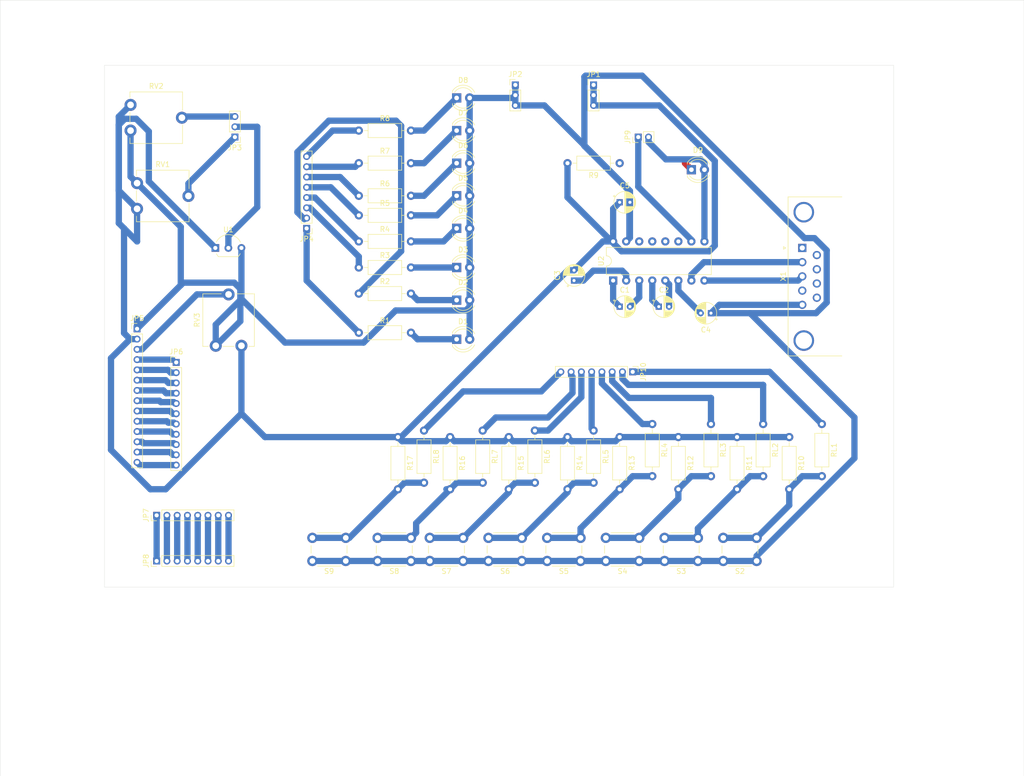
<source format=kicad_pcb>
(kicad_pcb (version 20171130) (host pcbnew "(5.1.6)-1")
  (layers (0 F.Cu signal) (31 B.Cu signal) (34 B.Paste user) (35 F.Paste user) (36 B.SilkS user) (37 F.SilkS user) (38 B.Mask user) (39 F.Mask user) (44 Edge.Cuts user))
  (net 0 "")
  (net 1 "Net-(C1-Pad2)")
  (net 2 "Net-(C1-Pad1)")
  (net 3 "Net-(C2-Pad2)")
  (net 4 "Net-(C2-Pad1)")
  (net 5 +5VA)
  (net 6 "Net-(C3-Pad1)")
  (net 7 "Net-(C4-Pad2)")
  (net 8 GNDA)
  (net 9 "Net-(D1-Pad1)")
  (net 10 "Net-(D2-Pad1)")
  (net 11 "Net-(D3-Pad1)")
  (net 12 "Net-(D4-Pad1)")
  (net 13 "Net-(D5-Pad1)")
  (net 14 "Net-(D6-Pad1)")
  (net 15 "Net-(D7-Pad1)")
  (net 16 "Net-(D8-Pad1)")
  (net 17 "Net-(D9-Pad2)")
  (net 18 "Net-(D9-Pad1)")
  (net 19 "Net-(JP3-Pad3)")
  (net 20 "Net-(JP3-Pad2)")
  (net 21 "Net-(JP3-Pad1)")
  (net 22 "Net-(JP4-Pad8)")
  (net 23 "Net-(JP4-Pad7)")
  (net 24 "Net-(JP4-Pad6)")
  (net 25 "Net-(JP4-Pad5)")
  (net 26 "Net-(JP4-Pad4)")
  (net 27 "Net-(JP4-Pad3)")
  (net 28 "Net-(JP4-Pad2)")
  (net 29 "Net-(JP4-Pad1)")
  (net 30 "Net-(JP5-Pad14)")
  (net 31 "Net-(JP5-Pad13)")
  (net 32 "Net-(JP5-Pad12)")
  (net 33 "Net-(JP5-Pad11)")
  (net 34 "Net-(JP5-Pad10)")
  (net 35 "Net-(JP5-Pad9)")
  (net 36 "Net-(JP5-Pad8)")
  (net 37 "Net-(JP5-Pad7)")
  (net 38 "Net-(JP5-Pad6)")
  (net 39 "Net-(JP5-Pad5)")
  (net 40 "Net-(JP5-Pad4)")
  (net 41 "Net-(JP5-Pad3)")
  (net 42 "Net-(JP7-Pad8)")
  (net 43 "Net-(JP7-Pad7)")
  (net 44 "Net-(JP7-Pad6)")
  (net 45 "Net-(JP7-Pad5)")
  (net 46 "Net-(JP7-Pad4)")
  (net 47 "Net-(JP7-Pad3)")
  (net 48 "Net-(JP7-Pad2)")
  (net 49 "Net-(JP7-Pad1)")
  (net 50 "Net-(JP9-Pad1)")
  (net 51 "Net-(JP10-Pad8)")
  (net 52 "Net-(JP10-Pad7)")
  (net 53 "Net-(JP10-Pad6)")
  (net 54 "Net-(JP10-Pad5)")
  (net 55 "Net-(JP10-Pad4)")
  (net 56 "Net-(JP10-Pad3)")
  (net 57 "Net-(JP10-Pad2)")
  (net 58 "Net-(JP10-Pad1)")
  (net 59 "Net-(R10-Pad2)")
  (net 60 "Net-(R11-Pad2)")
  (net 61 "Net-(R12-Pad2)")
  (net 62 "Net-(R13-Pad2)")
  (net 63 "Net-(R14-Pad2)")
  (net 64 "Net-(R15-Pad2)")
  (net 65 "Net-(R16-Pad2)")
  (net 66 "Net-(R17-Pad2)")
  (net 67 "Net-(U2-Pad8)")
  (net 68 "Net-(U2-Pad7)")
  (module Button_Switch_THT:SW_PUSH_6mm (layer F.Cu) (at 109.22 121.92 180)
    (fp_text reference S9 (at 3.25 -2) (layer F.SilkS))
    (fp_text value SW_PUSH)
    (pad 1 thru_hole circle (at 6.5 0 270) (size 2 2) (drill 1.1) (layers *.Cu *.Mask) (net 8 GNDA))
    (pad 2 thru_hole circle (at 6.5 4.5 270) (size 2 2) (drill 1.1) (layers *.Cu *.Mask) (net 66 "Net-(R17-Pad2)"))
    (pad 1 thru_hole circle (at 0 0 270) (size 2 2) (drill 1.1) (layers *.Cu *.Mask) (net 8 GNDA))
    (pad 2 thru_hole circle (at 0 4.5 270) (size 2 2) (drill 1.1) (layers *.Cu *.Mask) (net 66 "Net-(R17-Pad2)"))
  )
  (module Package_TO_SOT_THT:TO-92L_Inline_Wide (layer F.Cu) (at 83.82 60.96)
    (fp_text reference U1 (at 2.54 -3.56) (layer F.SilkS))
    (fp_text value MCP9700A)
    (pad 1 thru_hole rect (at 0 0 90) (size 1.5 1.5) (drill 0.8) (layers *.Cu *.Mask) (net 5 +5VA))
    (pad 3 thru_hole circle (at 5.08 0 90) (size 1.5 1.5) (drill 0.8) (layers *.Cu *.Mask) (net 8 GNDA))
    (pad 2 thru_hole circle (at 2.54 0 90) (size 1.5 1.5) (drill 0.8) (layers *.Cu *.Mask) (net 20 "Net-(JP3-Pad2)"))
  )
  (module Resistor_THT:R_Axial_DIN0207_L6.3mm_D2.5mm_P10.16mm_Horizontal (layer F.Cu) (at 162.56 44.45 180)
    (fp_text reference R9 (at 5.08 -2.37) (layer F.SilkS))
    (fp_text value 470)
    (pad 2 thru_hole oval (at 10.16 0 180) (size 1.6 1.6) (drill 0.8) (layers *.Cu *.Mask) (net 5 +5VA))
    (pad 1 thru_hole circle (at 0 0 180) (size 1.6 1.6) (drill 0.8) (layers *.Cu *.Mask) (net 18 "Net-(D9-Pad1)"))
  )
  (module Connector_PinHeader_2.00mm:PinHeader_1x02_P2.00mm_Vertical (layer F.Cu) (at 166.18 39.37 90)
    (fp_text reference JP9 (at 0 -2.06 90) (layer F.SilkS))
    (fp_text value PINHD-1X2)
    (pad 2 thru_hole oval (at 0 2 90) (size 1.35 1.35) (drill 0.8) (layers *.Cu *.Mask) (net 17 "Net-(D9-Pad2)"))
    (pad 1 thru_hole rect (at 0 0 90) (size 1.35 1.35) (drill 0.8) (layers *.Cu *.Mask) (net 50 "Net-(JP9-Pad1)"))
  )
  (module Connector_Dsub:DSUB-9_Female_Horizontal_P2.77x2.84mm_EdgePinOffset4.94mm_Housed_MountingHolesOffset7.48mm (layer F.Cu) (at 198.12 60.96 90)
    (fp_text reference X1 (at -5.54 -3.7 90) (layer F.SilkS))
    (fp_text value F09HP)
    (pad 0 thru_hole circle (at 6.96 0.3 90) (size 4 4) (drill 3.2) (layers *.Cu *.Mask))
    (pad 0 thru_hole circle (at -18.04 0.3 90) (size 4 4) (drill 3.2) (layers *.Cu *.Mask))
    (pad 9 thru_hole circle (at -9.695 2.84 90) (size 1.6 1.6) (drill 1) (layers *.Cu *.Mask))
    (pad 8 thru_hole circle (at -6.925 2.84 90) (size 1.6 1.6) (drill 1) (layers *.Cu *.Mask))
    (pad 7 thru_hole circle (at -4.155 2.84 90) (size 1.6 1.6) (drill 1) (layers *.Cu *.Mask))
    (pad 6 thru_hole circle (at -1.385 2.84 90) (size 1.6 1.6) (drill 1) (layers *.Cu *.Mask))
    (pad 5 thru_hole circle (at -11.08 0 90) (size 1.6 1.6) (drill 1) (layers *.Cu *.Mask) (net 8 GNDA))
    (pad 4 thru_hole circle (at -8.31 0 90) (size 1.6 1.6) (drill 1) (layers *.Cu *.Mask))
    (pad 3 thru_hole circle (at -5.54 0 90) (size 1.6 1.6) (drill 1) (layers *.Cu *.Mask) (net 67 "Net-(U2-Pad8)"))
    (pad 2 thru_hole circle (at -2.77 0 90) (size 1.6 1.6) (drill 1) (layers *.Cu *.Mask) (net 68 "Net-(U2-Pad7)"))
    (pad 1 thru_hole rect (at 0 0 90) (size 1.6 1.6) (drill 1) (layers *.Cu *.Mask))
  )
  (module Package_DIP:DIP-16_W7.62mm (layer F.Cu) (at 161.29 67.31 90)
    (fp_text reference U2 (at 3.81 -2.33 90) (layer F.SilkS))
    (fp_text value MAX232)
    (pad 16 thru_hole oval (at 7.62 0 90) (size 1.6 1.6) (drill 0.8) (layers *.Cu *.Mask) (net 5 +5VA))
    (pad 8 thru_hole oval (at 0 17.78 90) (size 1.6 1.6) (drill 0.8) (layers *.Cu *.Mask) (net 67 "Net-(U2-Pad8)"))
    (pad 15 thru_hole oval (at 7.62 2.54 90) (size 1.6 1.6) (drill 0.8) (layers *.Cu *.Mask) (net 8 GNDA))
    (pad 7 thru_hole oval (at 0 15.24 90) (size 1.6 1.6) (drill 0.8) (layers *.Cu *.Mask) (net 68 "Net-(U2-Pad7)"))
    (pad 14 thru_hole oval (at 7.62 5.08 90) (size 1.6 1.6) (drill 0.8) (layers *.Cu *.Mask))
    (pad 6 thru_hole oval (at 0 12.7 90) (size 1.6 1.6) (drill 0.8) (layers *.Cu *.Mask) (net 7 "Net-(C4-Pad2)"))
    (pad 13 thru_hole oval (at 7.62 7.62 90) (size 1.6 1.6) (drill 0.8) (layers *.Cu *.Mask))
    (pad 5 thru_hole oval (at 0 10.16 90) (size 1.6 1.6) (drill 0.8) (layers *.Cu *.Mask) (net 3 "Net-(C2-Pad2)"))
    (pad 12 thru_hole oval (at 7.62 10.16 90) (size 1.6 1.6) (drill 0.8) (layers *.Cu *.Mask))
    (pad 4 thru_hole oval (at 0 7.62 90) (size 1.6 1.6) (drill 0.8) (layers *.Cu *.Mask) (net 4 "Net-(C2-Pad1)"))
    (pad 11 thru_hole oval (at 7.62 12.7 90) (size 1.6 1.6) (drill 0.8) (layers *.Cu *.Mask))
    (pad 3 thru_hole oval (at 0 5.08 90) (size 1.6 1.6) (drill 0.8) (layers *.Cu *.Mask) (net 1 "Net-(C1-Pad2)"))
    (pad 10 thru_hole oval (at 7.62 15.24 90) (size 1.6 1.6) (drill 0.8) (layers *.Cu *.Mask) (net 50 "Net-(JP9-Pad1)"))
    (pad 2 thru_hole oval (at 0 2.54 90) (size 1.6 1.6) (drill 0.8) (layers *.Cu *.Mask) (net 6 "Net-(C3-Pad1)"))
    (pad 9 thru_hole oval (at 7.62 17.78 90) (size 1.6 1.6) (drill 0.8) (layers *.Cu *.Mask) (net 17 "Net-(D9-Pad2)"))
    (pad 1 thru_hole rect (at 0 0 90) (size 1.6 1.6) (drill 0.8) (layers *.Cu *.Mask) (net 2 "Net-(C1-Pad1)"))
  )
  (module Button_Switch_THT:SW_PUSH_6mm (layer F.Cu) (at 121.92 121.92 180)
    (fp_text reference S8 (at 3.25 -2) (layer F.SilkS))
    (fp_text value SW_PUSH)
    (pad 1 thru_hole circle (at 6.5 0 270) (size 2 2) (drill 1.1) (layers *.Cu *.Mask) (net 8 GNDA))
    (pad 2 thru_hole circle (at 6.5 4.5 270) (size 2 2) (drill 1.1) (layers *.Cu *.Mask) (net 65 "Net-(R16-Pad2)"))
    (pad 1 thru_hole circle (at 0 0 270) (size 2 2) (drill 1.1) (layers *.Cu *.Mask) (net 8 GNDA))
    (pad 2 thru_hole circle (at 0 4.5 270) (size 2 2) (drill 1.1) (layers *.Cu *.Mask) (net 65 "Net-(R16-Pad2)"))
  )
  (module Button_Switch_THT:SW_PUSH_6mm (layer F.Cu) (at 132.08 121.92 180)
    (fp_text reference S7 (at 3.25 -2) (layer F.SilkS))
    (fp_text value SW_PUSH)
    (pad 1 thru_hole circle (at 6.5 0 270) (size 2 2) (drill 1.1) (layers *.Cu *.Mask) (net 8 GNDA))
    (pad 2 thru_hole circle (at 6.5 4.5 270) (size 2 2) (drill 1.1) (layers *.Cu *.Mask) (net 64 "Net-(R15-Pad2)"))
    (pad 1 thru_hole circle (at 0 0 270) (size 2 2) (drill 1.1) (layers *.Cu *.Mask) (net 8 GNDA))
    (pad 2 thru_hole circle (at 0 4.5 270) (size 2 2) (drill 1.1) (layers *.Cu *.Mask) (net 64 "Net-(R15-Pad2)"))
  )
  (module Button_Switch_THT:SW_PUSH_6mm (layer F.Cu) (at 143.51 121.92 180)
    (fp_text reference S6 (at 3.25 -2) (layer F.SilkS))
    (fp_text value SW_PUSH)
    (pad 1 thru_hole circle (at 6.5 0 270) (size 2 2) (drill 1.1) (layers *.Cu *.Mask) (net 8 GNDA))
    (pad 2 thru_hole circle (at 6.5 4.5 270) (size 2 2) (drill 1.1) (layers *.Cu *.Mask) (net 63 "Net-(R14-Pad2)"))
    (pad 1 thru_hole circle (at 0 0 270) (size 2 2) (drill 1.1) (layers *.Cu *.Mask) (net 8 GNDA))
    (pad 2 thru_hole circle (at 0 4.5 270) (size 2 2) (drill 1.1) (layers *.Cu *.Mask) (net 63 "Net-(R14-Pad2)"))
  )
  (module Button_Switch_THT:SW_PUSH_6mm (layer F.Cu) (at 154.94 121.92 180)
    (fp_text reference S5 (at 3.25 -2) (layer F.SilkS))
    (fp_text value SW_PUSH)
    (pad 1 thru_hole circle (at 6.5 0 270) (size 2 2) (drill 1.1) (layers *.Cu *.Mask) (net 8 GNDA))
    (pad 2 thru_hole circle (at 6.5 4.5 270) (size 2 2) (drill 1.1) (layers *.Cu *.Mask) (net 62 "Net-(R13-Pad2)"))
    (pad 1 thru_hole circle (at 0 0 270) (size 2 2) (drill 1.1) (layers *.Cu *.Mask) (net 8 GNDA))
    (pad 2 thru_hole circle (at 0 4.5 270) (size 2 2) (drill 1.1) (layers *.Cu *.Mask) (net 62 "Net-(R13-Pad2)"))
  )
  (module Button_Switch_THT:SW_PUSH_6mm (layer F.Cu) (at 166.37 121.92 180)
    (fp_text reference S4 (at 3.25 -2) (layer F.SilkS))
    (fp_text value SW_PUSH)
    (pad 1 thru_hole circle (at 6.5 0 270) (size 2 2) (drill 1.1) (layers *.Cu *.Mask) (net 8 GNDA))
    (pad 2 thru_hole circle (at 6.5 4.5 270) (size 2 2) (drill 1.1) (layers *.Cu *.Mask) (net 61 "Net-(R12-Pad2)"))
    (pad 1 thru_hole circle (at 0 0 270) (size 2 2) (drill 1.1) (layers *.Cu *.Mask) (net 8 GNDA))
    (pad 2 thru_hole circle (at 0 4.5 270) (size 2 2) (drill 1.1) (layers *.Cu *.Mask) (net 61 "Net-(R12-Pad2)"))
  )
  (module Button_Switch_THT:SW_PUSH_6mm (layer F.Cu) (at 177.8 121.92 180)
    (fp_text reference S3 (at 3.25 -2) (layer F.SilkS))
    (fp_text value SW_PUSH)
    (pad 1 thru_hole circle (at 6.5 0 270) (size 2 2) (drill 1.1) (layers *.Cu *.Mask) (net 8 GNDA))
    (pad 2 thru_hole circle (at 6.5 4.5 270) (size 2 2) (drill 1.1) (layers *.Cu *.Mask) (net 60 "Net-(R11-Pad2)"))
    (pad 1 thru_hole circle (at 0 0 270) (size 2 2) (drill 1.1) (layers *.Cu *.Mask) (net 8 GNDA))
    (pad 2 thru_hole circle (at 0 4.5 270) (size 2 2) (drill 1.1) (layers *.Cu *.Mask) (net 60 "Net-(R11-Pad2)"))
  )
  (module Button_Switch_THT:SW_PUSH_6mm (layer F.Cu) (at 189.23 121.92 180)
    (fp_text reference S2 (at 3.25 -2) (layer F.SilkS))
    (fp_text value SW_PUSH)
    (pad 1 thru_hole circle (at 6.5 0 270) (size 2 2) (drill 1.1) (layers *.Cu *.Mask) (net 8 GNDA))
    (pad 2 thru_hole circle (at 6.5 4.5 270) (size 2 2) (drill 1.1) (layers *.Cu *.Mask) (net 59 "Net-(R10-Pad2)"))
    (pad 1 thru_hole circle (at 0 0 270) (size 2 2) (drill 1.1) (layers *.Cu *.Mask) (net 8 GNDA))
    (pad 2 thru_hole circle (at 0 4.5 270) (size 2 2) (drill 1.1) (layers *.Cu *.Mask) (net 59 "Net-(R10-Pad2)"))
  )
  (module Potentiometer_THT:Potentiometer_ACP_CA9-V10_Vertical (layer F.Cu) (at 88.9 80.01 90)
    (fp_text reference RV3 (at 5 -8.65 90) (layer F.SilkS))
    (fp_text value POT)
    (pad 1 thru_hole circle (at 0 0 90) (size 2.34 2.34) (drill 1.3) (layers *.Cu *.Mask) (net 5 +5VA))
    (pad 2 thru_hole circle (at 10 -2.5 90) (size 2.34 2.34) (drill 1.3) (layers *.Cu *.Mask) (net 41 "Net-(JP5-Pad3)"))
    (pad 3 thru_hole circle (at 0 -5 90) (size 2.34 2.34) (drill 1.3) (layers *.Cu *.Mask) (net 8 GNDA))
  )
  (module Potentiometer_THT:Potentiometer_ACP_CA9-V10_Vertical (layer F.Cu) (at 67.31 38.1)
    (fp_text reference RV2 (at 5 -8.65) (layer F.SilkS))
    (fp_text value 10K)
    (pad 1 thru_hole circle (at 0 0) (size 2.34 2.34) (drill 1.3) (layers *.Cu *.Mask) (net 8 GNDA))
    (pad 2 thru_hole circle (at 10 -2.5) (size 2.34 2.34) (drill 1.3) (layers *.Cu *.Mask) (net 19 "Net-(JP3-Pad3)"))
    (pad 3 thru_hole circle (at 0 -5) (size 2.34 2.34) (drill 1.3) (layers *.Cu *.Mask) (net 5 +5VA))
  )
  (module Potentiometer_THT:Potentiometer_ACP_CA9-V10_Vertical (layer F.Cu) (at 68.58 53.34)
    (fp_text reference RV1 (at 5 -8.65) (layer F.SilkS))
    (fp_text value 10K)
    (pad 1 thru_hole circle (at 0 0) (size 2.34 2.34) (drill 1.3) (layers *.Cu *.Mask) (net 5 +5VA))
    (pad 2 thru_hole circle (at 10 -2.5) (size 2.34 2.34) (drill 1.3) (layers *.Cu *.Mask) (net 21 "Net-(JP3-Pad1)"))
    (pad 3 thru_hole circle (at 0 -5) (size 2.34 2.34) (drill 1.3) (layers *.Cu *.Mask) (net 8 GNDA))
  )
  (module Resistor_THT:R_Axial_DIN0207_L6.3mm_D2.5mm_P10.16mm_Horizontal (layer F.Cu) (at 124.46 96.52 270)
    (fp_text reference RL8 (at 5.08 -2.37 90) (layer F.SilkS))
    (fp_text value 1K)
    (pad 2 thru_hole oval (at 10.16 0 270) (size 1.6 1.6) (drill 0.8) (layers *.Cu *.Mask) (net 66 "Net-(R17-Pad2)"))
    (pad 1 thru_hole circle (at 0 0 270) (size 1.6 1.6) (drill 0.8) (layers *.Cu *.Mask) (net 51 "Net-(JP10-Pad8)"))
  )
  (module Resistor_THT:R_Axial_DIN0207_L6.3mm_D2.5mm_P10.16mm_Horizontal (layer F.Cu) (at 135.89 96.52 270)
    (fp_text reference RL7 (at 5.08 -2.37 90) (layer F.SilkS))
    (fp_text value 1K)
    (pad 2 thru_hole oval (at 10.16 0 270) (size 1.6 1.6) (drill 0.8) (layers *.Cu *.Mask) (net 65 "Net-(R16-Pad2)"))
    (pad 1 thru_hole circle (at 0 0 270) (size 1.6 1.6) (drill 0.8) (layers *.Cu *.Mask) (net 52 "Net-(JP10-Pad7)"))
  )
  (module Resistor_THT:R_Axial_DIN0207_L6.3mm_D2.5mm_P10.16mm_Horizontal (layer F.Cu) (at 146.05 96.52 270)
    (fp_text reference RL6 (at 5.08 -2.37 90) (layer F.SilkS))
    (fp_text value 1K)
    (pad 2 thru_hole oval (at 10.16 0 270) (size 1.6 1.6) (drill 0.8) (layers *.Cu *.Mask) (net 64 "Net-(R15-Pad2)"))
    (pad 1 thru_hole circle (at 0 0 270) (size 1.6 1.6) (drill 0.8) (layers *.Cu *.Mask) (net 53 "Net-(JP10-Pad6)"))
  )
  (module Resistor_THT:R_Axial_DIN0207_L6.3mm_D2.5mm_P10.16mm_Horizontal (layer F.Cu) (at 157.48 96.52 270)
    (fp_text reference RL5 (at 5.08 -2.37 90) (layer F.SilkS))
    (fp_text value 1K)
    (pad 2 thru_hole oval (at 10.16 0 270) (size 1.6 1.6) (drill 0.8) (layers *.Cu *.Mask) (net 63 "Net-(R14-Pad2)"))
    (pad 1 thru_hole circle (at 0 0 270) (size 1.6 1.6) (drill 0.8) (layers *.Cu *.Mask) (net 54 "Net-(JP10-Pad5)"))
  )
  (module Resistor_THT:R_Axial_DIN0207_L6.3mm_D2.5mm_P10.16mm_Horizontal (layer F.Cu) (at 168.91 95.25 270)
    (fp_text reference RL4 (at 5.08 -2.37 90) (layer F.SilkS))
    (fp_text value 1K)
    (pad 2 thru_hole oval (at 10.16 0 270) (size 1.6 1.6) (drill 0.8) (layers *.Cu *.Mask) (net 62 "Net-(R13-Pad2)"))
    (pad 1 thru_hole circle (at 0 0 270) (size 1.6 1.6) (drill 0.8) (layers *.Cu *.Mask) (net 55 "Net-(JP10-Pad4)"))
  )
  (module Resistor_THT:R_Axial_DIN0207_L6.3mm_D2.5mm_P10.16mm_Horizontal (layer F.Cu) (at 180.34 95.25 270)
    (fp_text reference RL3 (at 5.08 -2.37 90) (layer F.SilkS))
    (fp_text value 1K)
    (pad 2 thru_hole oval (at 10.16 0 270) (size 1.6 1.6) (drill 0.8) (layers *.Cu *.Mask) (net 61 "Net-(R12-Pad2)"))
    (pad 1 thru_hole circle (at 0 0 270) (size 1.6 1.6) (drill 0.8) (layers *.Cu *.Mask) (net 56 "Net-(JP10-Pad3)"))
  )
  (module Resistor_THT:R_Axial_DIN0207_L6.3mm_D2.5mm_P10.16mm_Horizontal (layer F.Cu) (at 190.5 95.25 270)
    (fp_text reference RL2 (at 5.08 -2.37 90) (layer F.SilkS))
    (fp_text value 1K)
    (pad 2 thru_hole oval (at 10.16 0 270) (size 1.6 1.6) (drill 0.8) (layers *.Cu *.Mask) (net 60 "Net-(R11-Pad2)"))
    (pad 1 thru_hole circle (at 0 0 270) (size 1.6 1.6) (drill 0.8) (layers *.Cu *.Mask) (net 57 "Net-(JP10-Pad2)"))
  )
  (module Resistor_THT:R_Axial_DIN0207_L6.3mm_D2.5mm_P10.16mm_Horizontal (layer F.Cu) (at 201.93 95.25 270)
    (fp_text reference RL1 (at 5.08 -2.37 90) (layer F.SilkS))
    (fp_text value 1K)
    (pad 2 thru_hole oval (at 10.16 0 270) (size 1.6 1.6) (drill 0.8) (layers *.Cu *.Mask) (net 59 "Net-(R10-Pad2)"))
    (pad 1 thru_hole circle (at 0 0 270) (size 1.6 1.6) (drill 0.8) (layers *.Cu *.Mask) (net 58 "Net-(JP10-Pad1)"))
  )
  (module Resistor_THT:R_Axial_DIN0207_L6.3mm_D2.5mm_P10.16mm_Horizontal (layer F.Cu) (at 119.38 97.79 270)
    (fp_text reference R17 (at 5.08 -2.37 90) (layer F.SilkS))
    (fp_text value 4.7k)
    (pad 2 thru_hole oval (at 10.16 0 270) (size 1.6 1.6) (drill 0.8) (layers *.Cu *.Mask) (net 66 "Net-(R17-Pad2)"))
    (pad 1 thru_hole circle (at 0 0 270) (size 1.6 1.6) (drill 0.8) (layers *.Cu *.Mask) (net 5 +5VA))
  )
  (module Resistor_THT:R_Axial_DIN0207_L6.3mm_D2.5mm_P10.16mm_Horizontal (layer F.Cu) (at 129.54 97.79 270)
    (fp_text reference R16 (at 5.08 -2.37 90) (layer F.SilkS))
    (fp_text value 4.7k)
    (pad 2 thru_hole oval (at 10.16 0 270) (size 1.6 1.6) (drill 0.8) (layers *.Cu *.Mask) (net 65 "Net-(R16-Pad2)"))
    (pad 1 thru_hole circle (at 0 0 270) (size 1.6 1.6) (drill 0.8) (layers *.Cu *.Mask) (net 5 +5VA))
  )
  (module Resistor_THT:R_Axial_DIN0207_L6.3mm_D2.5mm_P10.16mm_Horizontal (layer F.Cu) (at 140.97 97.79 270)
    (fp_text reference R15 (at 5.08 -2.37 90) (layer F.SilkS))
    (fp_text value 4.7k)
    (pad 2 thru_hole oval (at 10.16 0 270) (size 1.6 1.6) (drill 0.8) (layers *.Cu *.Mask) (net 64 "Net-(R15-Pad2)"))
    (pad 1 thru_hole circle (at 0 0 270) (size 1.6 1.6) (drill 0.8) (layers *.Cu *.Mask) (net 5 +5VA))
  )
  (module Resistor_THT:R_Axial_DIN0207_L6.3mm_D2.5mm_P10.16mm_Horizontal (layer F.Cu) (at 152.4 97.79 270)
    (fp_text reference R14 (at 5.08 -2.37 90) (layer F.SilkS))
    (fp_text value 4.7k)
    (pad 2 thru_hole oval (at 10.16 0 270) (size 1.6 1.6) (drill 0.8) (layers *.Cu *.Mask) (net 63 "Net-(R14-Pad2)"))
    (pad 1 thru_hole circle (at 0 0 270) (size 1.6 1.6) (drill 0.8) (layers *.Cu *.Mask) (net 5 +5VA))
  )
  (module Resistor_THT:R_Axial_DIN0207_L6.3mm_D2.5mm_P10.16mm_Horizontal (layer F.Cu) (at 162.56 97.79 270)
    (fp_text reference R13 (at 5.08 -2.37 90) (layer F.SilkS))
    (fp_text value 4.7k)
    (pad 2 thru_hole oval (at 10.16 0 270) (size 1.6 1.6) (drill 0.8) (layers *.Cu *.Mask) (net 62 "Net-(R13-Pad2)"))
    (pad 1 thru_hole circle (at 0 0 270) (size 1.6 1.6) (drill 0.8) (layers *.Cu *.Mask) (net 5 +5VA))
  )
  (module Resistor_THT:R_Axial_DIN0207_L6.3mm_D2.5mm_P10.16mm_Horizontal (layer F.Cu) (at 173.99 97.79 270)
    (fp_text reference R12 (at 5.08 -2.37 90) (layer F.SilkS))
    (fp_text value 4.7k)
    (pad 2 thru_hole oval (at 10.16 0 270) (size 1.6 1.6) (drill 0.8) (layers *.Cu *.Mask) (net 61 "Net-(R12-Pad2)"))
    (pad 1 thru_hole circle (at 0 0 270) (size 1.6 1.6) (drill 0.8) (layers *.Cu *.Mask) (net 5 +5VA))
  )
  (module Resistor_THT:R_Axial_DIN0207_L6.3mm_D2.5mm_P10.16mm_Horizontal (layer F.Cu) (at 185.42 97.79 270)
    (fp_text reference R11 (at 5.08 -2.37 90) (layer F.SilkS))
    (fp_text value 4.7k)
    (pad 2 thru_hole oval (at 10.16 0 270) (size 1.6 1.6) (drill 0.8) (layers *.Cu *.Mask) (net 60 "Net-(R11-Pad2)"))
    (pad 1 thru_hole circle (at 0 0 270) (size 1.6 1.6) (drill 0.8) (layers *.Cu *.Mask) (net 5 +5VA))
  )
  (module Resistor_THT:R_Axial_DIN0207_L6.3mm_D2.5mm_P10.16mm_Horizontal (layer F.Cu) (at 195.58 97.79 270)
    (fp_text reference R10 (at 5.08 -2.37 90) (layer F.SilkS))
    (fp_text value 4.7k)
    (pad 2 thru_hole oval (at 10.16 0 270) (size 1.6 1.6) (drill 0.8) (layers *.Cu *.Mask) (net 59 "Net-(R10-Pad2)"))
    (pad 1 thru_hole circle (at 0 0 270) (size 1.6 1.6) (drill 0.8) (layers *.Cu *.Mask) (net 5 +5VA))
  )
  (module Resistor_THT:R_Axial_DIN0207_L6.3mm_D2.5mm_P10.16mm_Horizontal (layer F.Cu) (at 111.76 38.1)
    (fp_text reference R8 (at 5.08 -2.37) (layer F.SilkS))
    (fp_text value 470)
    (pad 2 thru_hole oval (at 10.16 0) (size 1.6 1.6) (drill 0.8) (layers *.Cu *.Mask) (net 16 "Net-(D8-Pad1)"))
    (pad 1 thru_hole circle (at 0 0) (size 1.6 1.6) (drill 0.8) (layers *.Cu *.Mask) (net 22 "Net-(JP4-Pad8)"))
  )
  (module Resistor_THT:R_Axial_DIN0207_L6.3mm_D2.5mm_P10.16mm_Horizontal (layer F.Cu) (at 111.76 44.45)
    (fp_text reference R7 (at 5.08 -2.37) (layer F.SilkS))
    (fp_text value 470)
    (pad 2 thru_hole oval (at 10.16 0) (size 1.6 1.6) (drill 0.8) (layers *.Cu *.Mask) (net 15 "Net-(D7-Pad1)"))
    (pad 1 thru_hole circle (at 0 0) (size 1.6 1.6) (drill 0.8) (layers *.Cu *.Mask) (net 23 "Net-(JP4-Pad7)"))
  )
  (module Resistor_THT:R_Axial_DIN0207_L6.3mm_D2.5mm_P10.16mm_Horizontal (layer F.Cu) (at 111.76 50.8)
    (fp_text reference R6 (at 5.08 -2.37) (layer F.SilkS))
    (fp_text value 470)
    (pad 2 thru_hole oval (at 10.16 0) (size 1.6 1.6) (drill 0.8) (layers *.Cu *.Mask) (net 14 "Net-(D6-Pad1)"))
    (pad 1 thru_hole circle (at 0 0) (size 1.6 1.6) (drill 0.8) (layers *.Cu *.Mask) (net 24 "Net-(JP4-Pad6)"))
  )
  (module Resistor_THT:R_Axial_DIN0207_L6.3mm_D2.5mm_P10.16mm_Horizontal (layer F.Cu) (at 111.76 54.61)
    (fp_text reference R5 (at 5.08 -2.37) (layer F.SilkS))
    (fp_text value 470)
    (pad 2 thru_hole oval (at 10.16 0) (size 1.6 1.6) (drill 0.8) (layers *.Cu *.Mask) (net 13 "Net-(D5-Pad1)"))
    (pad 1 thru_hole circle (at 0 0) (size 1.6 1.6) (drill 0.8) (layers *.Cu *.Mask) (net 25 "Net-(JP4-Pad5)"))
  )
  (module Resistor_THT:R_Axial_DIN0207_L6.3mm_D2.5mm_P10.16mm_Horizontal (layer F.Cu) (at 111.76 59.69)
    (fp_text reference R4 (at 5.08 -2.37) (layer F.SilkS))
    (fp_text value 470)
    (pad 2 thru_hole oval (at 10.16 0) (size 1.6 1.6) (drill 0.8) (layers *.Cu *.Mask) (net 12 "Net-(D4-Pad1)"))
    (pad 1 thru_hole circle (at 0 0) (size 1.6 1.6) (drill 0.8) (layers *.Cu *.Mask) (net 26 "Net-(JP4-Pad4)"))
  )
  (module Resistor_THT:R_Axial_DIN0207_L6.3mm_D2.5mm_P10.16mm_Horizontal (layer F.Cu) (at 111.76 64.77)
    (fp_text reference R3 (at 5.08 -2.37) (layer F.SilkS))
    (fp_text value 470)
    (pad 2 thru_hole oval (at 10.16 0) (size 1.6 1.6) (drill 0.8) (layers *.Cu *.Mask) (net 11 "Net-(D3-Pad1)"))
    (pad 1 thru_hole circle (at 0 0) (size 1.6 1.6) (drill 0.8) (layers *.Cu *.Mask) (net 27 "Net-(JP4-Pad3)"))
  )
  (module Resistor_THT:R_Axial_DIN0207_L6.3mm_D2.5mm_P10.16mm_Horizontal (layer F.Cu) (at 111.76 69.85)
    (fp_text reference R2 (at 5.08 -2.37) (layer F.SilkS))
    (fp_text value 470)
    (pad 2 thru_hole oval (at 10.16 0) (size 1.6 1.6) (drill 0.8) (layers *.Cu *.Mask) (net 10 "Net-(D2-Pad1)"))
    (pad 1 thru_hole circle (at 0 0) (size 1.6 1.6) (drill 0.8) (layers *.Cu *.Mask) (net 28 "Net-(JP4-Pad2)"))
  )
  (module Resistor_THT:R_Axial_DIN0207_L6.3mm_D2.5mm_P10.16mm_Horizontal (layer F.Cu) (at 111.76 77.47)
    (fp_text reference R1 (at 5.08 -2.37) (layer F.SilkS))
    (fp_text value 470)
    (pad 2 thru_hole oval (at 10.16 0) (size 1.6 1.6) (drill 0.8) (layers *.Cu *.Mask) (net 9 "Net-(D1-Pad1)"))
    (pad 1 thru_hole circle (at 0 0) (size 1.6 1.6) (drill 0.8) (layers *.Cu *.Mask) (net 29 "Net-(JP4-Pad1)"))
  )
  (module Connector_PinHeader_2.00mm:PinHeader_1x08_P2.00mm_Vertical (layer F.Cu) (at 165.1 85.09 270)
    (fp_text reference JP10 (at 0 -2.06 90) (layer F.SilkS))
    (fp_text value PINHD-1X8)
    (pad 8 thru_hole oval (at 0 14 270) (size 1.35 1.35) (drill 0.8) (layers *.Cu *.Mask) (net 51 "Net-(JP10-Pad8)"))
    (pad 7 thru_hole oval (at 0 12 270) (size 1.35 1.35) (drill 0.8) (layers *.Cu *.Mask) (net 52 "Net-(JP10-Pad7)"))
    (pad 6 thru_hole oval (at 0 10 270) (size 1.35 1.35) (drill 0.8) (layers *.Cu *.Mask) (net 53 "Net-(JP10-Pad6)"))
    (pad 5 thru_hole oval (at 0 8 270) (size 1.35 1.35) (drill 0.8) (layers *.Cu *.Mask) (net 54 "Net-(JP10-Pad5)"))
    (pad 4 thru_hole oval (at 0 6 270) (size 1.35 1.35) (drill 0.8) (layers *.Cu *.Mask) (net 55 "Net-(JP10-Pad4)"))
    (pad 3 thru_hole oval (at 0 4 270) (size 1.35 1.35) (drill 0.8) (layers *.Cu *.Mask) (net 56 "Net-(JP10-Pad3)"))
    (pad 2 thru_hole oval (at 0 2 270) (size 1.35 1.35) (drill 0.8) (layers *.Cu *.Mask) (net 57 "Net-(JP10-Pad2)"))
    (pad 1 thru_hole rect (at 0 0 270) (size 1.35 1.35) (drill 0.8) (layers *.Cu *.Mask) (net 58 "Net-(JP10-Pad1)"))
  )
  (module Connector_PinHeader_2.00mm:PinHeader_1x08_P2.00mm_Vertical (layer F.Cu) (at 72.39 121.92 90)
    (fp_text reference JP8 (at 0 -2.06 90) (layer F.SilkS))
    (fp_text value PINHD-1X8)
    (pad 8 thru_hole oval (at 0 14 90) (size 1.35 1.35) (drill 0.8) (layers *.Cu *.Mask) (net 42 "Net-(JP7-Pad8)"))
    (pad 7 thru_hole oval (at 0 12 90) (size 1.35 1.35) (drill 0.8) (layers *.Cu *.Mask) (net 43 "Net-(JP7-Pad7)"))
    (pad 6 thru_hole oval (at 0 10 90) (size 1.35 1.35) (drill 0.8) (layers *.Cu *.Mask) (net 44 "Net-(JP7-Pad6)"))
    (pad 5 thru_hole oval (at 0 8 90) (size 1.35 1.35) (drill 0.8) (layers *.Cu *.Mask) (net 45 "Net-(JP7-Pad5)"))
    (pad 4 thru_hole oval (at 0 6 90) (size 1.35 1.35) (drill 0.8) (layers *.Cu *.Mask) (net 46 "Net-(JP7-Pad4)"))
    (pad 3 thru_hole oval (at 0 4 90) (size 1.35 1.35) (drill 0.8) (layers *.Cu *.Mask) (net 47 "Net-(JP7-Pad3)"))
    (pad 2 thru_hole oval (at 0 2 90) (size 1.35 1.35) (drill 0.8) (layers *.Cu *.Mask) (net 48 "Net-(JP7-Pad2)"))
    (pad 1 thru_hole rect (at 0 0 90) (size 1.35 1.35) (drill 0.8) (layers *.Cu *.Mask) (net 49 "Net-(JP7-Pad1)"))
  )
  (module Connector_PinHeader_2.00mm:PinHeader_1x08_P2.00mm_Vertical (layer F.Cu) (at 72.39 113.03 90)
    (fp_text reference JP7 (at 0 -2.06 90) (layer F.SilkS))
    (fp_text value PINHD-1X8)
    (pad 8 thru_hole oval (at 0 14 90) (size 1.35 1.35) (drill 0.8) (layers *.Cu *.Mask) (net 42 "Net-(JP7-Pad8)"))
    (pad 7 thru_hole oval (at 0 12 90) (size 1.35 1.35) (drill 0.8) (layers *.Cu *.Mask) (net 43 "Net-(JP7-Pad7)"))
    (pad 6 thru_hole oval (at 0 10 90) (size 1.35 1.35) (drill 0.8) (layers *.Cu *.Mask) (net 44 "Net-(JP7-Pad6)"))
    (pad 5 thru_hole oval (at 0 8 90) (size 1.35 1.35) (drill 0.8) (layers *.Cu *.Mask) (net 45 "Net-(JP7-Pad5)"))
    (pad 4 thru_hole oval (at 0 6 90) (size 1.35 1.35) (drill 0.8) (layers *.Cu *.Mask) (net 46 "Net-(JP7-Pad4)"))
    (pad 3 thru_hole oval (at 0 4 90) (size 1.35 1.35) (drill 0.8) (layers *.Cu *.Mask) (net 47 "Net-(JP7-Pad3)"))
    (pad 2 thru_hole oval (at 0 2 90) (size 1.35 1.35) (drill 0.8) (layers *.Cu *.Mask) (net 48 "Net-(JP7-Pad2)"))
    (pad 1 thru_hole rect (at 0 0 90) (size 1.35 1.35) (drill 0.8) (layers *.Cu *.Mask) (net 49 "Net-(JP7-Pad1)"))
  )
  (module Connector_PinHeader_2.00mm:PinHeader_1x11_P2.00mm_Vertical (layer F.Cu) (at 76.2 83.25)
    (fp_text reference JP6 (at 0 -2.06) (layer F.SilkS))
    (fp_text value PINHD-1X11)
    (pad 11 thru_hole oval (at 0 20) (size 1.35 1.35) (drill 0.8) (layers *.Cu *.Mask) (net 30 "Net-(JP5-Pad14)"))
    (pad 10 thru_hole oval (at 0 18) (size 1.35 1.35) (drill 0.8) (layers *.Cu *.Mask) (net 31 "Net-(JP5-Pad13)"))
    (pad 9 thru_hole oval (at 0 16) (size 1.35 1.35) (drill 0.8) (layers *.Cu *.Mask) (net 32 "Net-(JP5-Pad12)"))
    (pad 8 thru_hole oval (at 0 14) (size 1.35 1.35) (drill 0.8) (layers *.Cu *.Mask) (net 33 "Net-(JP5-Pad11)"))
    (pad 7 thru_hole oval (at 0 12) (size 1.35 1.35) (drill 0.8) (layers *.Cu *.Mask) (net 34 "Net-(JP5-Pad10)"))
    (pad 6 thru_hole oval (at 0 10) (size 1.35 1.35) (drill 0.8) (layers *.Cu *.Mask) (net 35 "Net-(JP5-Pad9)"))
    (pad 5 thru_hole oval (at 0 8) (size 1.35 1.35) (drill 0.8) (layers *.Cu *.Mask) (net 36 "Net-(JP5-Pad8)"))
    (pad 4 thru_hole oval (at 0 6) (size 1.35 1.35) (drill 0.8) (layers *.Cu *.Mask) (net 37 "Net-(JP5-Pad7)"))
    (pad 3 thru_hole oval (at 0 4) (size 1.35 1.35) (drill 0.8) (layers *.Cu *.Mask) (net 38 "Net-(JP5-Pad6)"))
    (pad 2 thru_hole oval (at 0 2) (size 1.35 1.35) (drill 0.8) (layers *.Cu *.Mask) (net 39 "Net-(JP5-Pad5)"))
    (pad 1 thru_hole rect (at 0 0) (size 1.35 1.35) (drill 0.8) (layers *.Cu *.Mask) (net 40 "Net-(JP5-Pad4)"))
  )
  (module Connector_PinHeader_2.00mm:PinHeader_1x14_P2.00mm_Vertical (layer F.Cu) (at 68.58 76.71)
    (fp_text reference JP5 (at 0 -2.06) (layer F.SilkS))
    (fp_text value PINHD-1X14)
    (pad 14 thru_hole oval (at 0 26) (size 1.35 1.35) (drill 0.8) (layers *.Cu *.Mask) (net 30 "Net-(JP5-Pad14)"))
    (pad 13 thru_hole oval (at 0 24) (size 1.35 1.35) (drill 0.8) (layers *.Cu *.Mask) (net 31 "Net-(JP5-Pad13)"))
    (pad 12 thru_hole oval (at 0 22) (size 1.35 1.35) (drill 0.8) (layers *.Cu *.Mask) (net 32 "Net-(JP5-Pad12)"))
    (pad 11 thru_hole oval (at 0 20) (size 1.35 1.35) (drill 0.8) (layers *.Cu *.Mask) (net 33 "Net-(JP5-Pad11)"))
    (pad 10 thru_hole oval (at 0 18) (size 1.35 1.35) (drill 0.8) (layers *.Cu *.Mask) (net 34 "Net-(JP5-Pad10)"))
    (pad 9 thru_hole oval (at 0 16) (size 1.35 1.35) (drill 0.8) (layers *.Cu *.Mask) (net 35 "Net-(JP5-Pad9)"))
    (pad 8 thru_hole oval (at 0 14) (size 1.35 1.35) (drill 0.8) (layers *.Cu *.Mask) (net 36 "Net-(JP5-Pad8)"))
    (pad 7 thru_hole oval (at 0 12) (size 1.35 1.35) (drill 0.8) (layers *.Cu *.Mask) (net 37 "Net-(JP5-Pad7)"))
    (pad 6 thru_hole oval (at 0 10) (size 1.35 1.35) (drill 0.8) (layers *.Cu *.Mask) (net 38 "Net-(JP5-Pad6)"))
    (pad 5 thru_hole oval (at 0 8) (size 1.35 1.35) (drill 0.8) (layers *.Cu *.Mask) (net 39 "Net-(JP5-Pad5)"))
    (pad 4 thru_hole oval (at 0 6) (size 1.35 1.35) (drill 0.8) (layers *.Cu *.Mask) (net 40 "Net-(JP5-Pad4)"))
    (pad 3 thru_hole oval (at 0 4) (size 1.35 1.35) (drill 0.8) (layers *.Cu *.Mask) (net 41 "Net-(JP5-Pad3)"))
    (pad 2 thru_hole oval (at 0 2) (size 1.35 1.35) (drill 0.8) (layers *.Cu *.Mask) (net 5 +5VA))
    (pad 1 thru_hole rect (at 0 0) (size 1.35 1.35) (drill 0.8) (layers *.Cu *.Mask) (net 8 GNDA))
  )
  (module Connector_PinHeader_2.00mm:PinHeader_1x08_P2.00mm_Vertical (layer F.Cu) (at 101.6 57.15 180)
    (fp_text reference JP4 (at 0 -2.06) (layer F.SilkS))
    (fp_text value PINHD-1X8)
    (pad 8 thru_hole oval (at 0 14 180) (size 1.35 1.35) (drill 0.8) (layers *.Cu *.Mask) (net 22 "Net-(JP4-Pad8)"))
    (pad 7 thru_hole oval (at 0 12 180) (size 1.35 1.35) (drill 0.8) (layers *.Cu *.Mask) (net 23 "Net-(JP4-Pad7)"))
    (pad 6 thru_hole oval (at 0 10 180) (size 1.35 1.35) (drill 0.8) (layers *.Cu *.Mask) (net 24 "Net-(JP4-Pad6)"))
    (pad 5 thru_hole oval (at 0 8 180) (size 1.35 1.35) (drill 0.8) (layers *.Cu *.Mask) (net 25 "Net-(JP4-Pad5)"))
    (pad 4 thru_hole oval (at 0 6 180) (size 1.35 1.35) (drill 0.8) (layers *.Cu *.Mask) (net 26 "Net-(JP4-Pad4)"))
    (pad 3 thru_hole oval (at 0 4 180) (size 1.35 1.35) (drill 0.8) (layers *.Cu *.Mask) (net 27 "Net-(JP4-Pad3)"))
    (pad 2 thru_hole oval (at 0 2 180) (size 1.35 1.35) (drill 0.8) (layers *.Cu *.Mask) (net 28 "Net-(JP4-Pad2)"))
    (pad 1 thru_hole rect (at 0 0 180) (size 1.35 1.35) (drill 0.8) (layers *.Cu *.Mask) (net 29 "Net-(JP4-Pad1)"))
  )
  (module Connector_PinHeader_2.00mm:PinHeader_1x03_P2.00mm_Vertical (layer F.Cu) (at 87.63 39.37 180)
    (fp_text reference JP3 (at 0 -2.06) (layer F.SilkS))
    (fp_text value PINHD-1X3)
    (pad 3 thru_hole oval (at 0 4 180) (size 1.35 1.35) (drill 0.8) (layers *.Cu *.Mask) (net 19 "Net-(JP3-Pad3)"))
    (pad 2 thru_hole oval (at 0 2 180) (size 1.35 1.35) (drill 0.8) (layers *.Cu *.Mask) (net 20 "Net-(JP3-Pad2)"))
    (pad 1 thru_hole rect (at 0 0 180) (size 1.35 1.35) (drill 0.8) (layers *.Cu *.Mask) (net 21 "Net-(JP3-Pad1)"))
  )
  (module Connector_PinHeader_2.00mm:PinHeader_1x03_P2.00mm_Vertical (layer F.Cu) (at 142.24 29.21)
    (fp_text reference JP2 (at 0 -2.06) (layer F.SilkS))
    (fp_text value PINHD-1X3)
    (pad 3 thru_hole oval (at 0 4) (size 1.35 1.35) (drill 0.8) (layers *.Cu *.Mask) (net 8 GNDA))
    (pad 2 thru_hole oval (at 0 2) (size 1.35 1.35) (drill 0.8) (layers *.Cu *.Mask) (net 8 GNDA))
    (pad 1 thru_hole rect (at 0 0) (size 1.35 1.35) (drill 0.8) (layers *.Cu *.Mask) (net 8 GNDA))
  )
  (module Connector_PinHeader_2.00mm:PinHeader_1x03_P2.00mm_Vertical (layer F.Cu) (at 157.48 29.21)
    (fp_text reference JP1 (at 0 -2.06) (layer F.SilkS))
    (fp_text value PINHD-1X3)
    (pad 3 thru_hole oval (at 0 4) (size 1.35 1.35) (drill 0.8) (layers *.Cu *.Mask) (net 5 +5VA))
    (pad 2 thru_hole oval (at 0 2) (size 1.35 1.35) (drill 0.8) (layers *.Cu *.Mask) (net 5 +5VA))
    (pad 1 thru_hole rect (at 0 0) (size 1.35 1.35) (drill 0.8) (layers *.Cu *.Mask) (net 5 +5VA))
  )
  (module LED_THT:LED_D4.0mm (layer F.Cu) (at 176.53 45.72)
    (fp_text reference D9 (at 1.27 -3.81) (layer F.SilkS))
    (fp_text value LED)
    (pad 2 thru_hole circle (at 2.54 0) (size 1.8 1.8) (drill 0.9) (layers *.Cu *.Mask) (net 17 "Net-(D9-Pad2)"))
    (pad 1 thru_hole rect (at 0 0) (size 1.8 1.8) (drill 0.9) (layers *.Cu *.Mask) (net 18 "Net-(D9-Pad1)"))
  )
  (module LED_THT:LED_D4.0mm (layer F.Cu) (at 130.81 31.75)
    (fp_text reference D8 (at 1.27 -3.46) (layer F.SilkS))
    (fp_text value LED)
    (pad 2 thru_hole circle (at 2.54 0) (size 1.8 1.8) (drill 0.9) (layers *.Cu *.Mask) (net 8 GNDA))
    (pad 1 thru_hole rect (at 0 0) (size 1.8 1.8) (drill 0.9) (layers *.Cu *.Mask) (net 16 "Net-(D8-Pad1)"))
  )
  (module LED_THT:LED_D4.0mm (layer F.Cu) (at 130.81 38.1)
    (fp_text reference D7 (at 1.27 -3.46) (layer F.SilkS))
    (fp_text value LED)
    (pad 2 thru_hole circle (at 2.54 0) (size 1.8 1.8) (drill 0.9) (layers *.Cu *.Mask) (net 8 GNDA))
    (pad 1 thru_hole rect (at 0 0) (size 1.8 1.8) (drill 0.9) (layers *.Cu *.Mask) (net 15 "Net-(D7-Pad1)"))
  )
  (module LED_THT:LED_D4.0mm (layer F.Cu) (at 130.81 44.45)
    (fp_text reference D6 (at 1.27 -3.46) (layer F.SilkS))
    (fp_text value LED)
    (pad 2 thru_hole circle (at 2.54 0) (size 1.8 1.8) (drill 0.9) (layers *.Cu *.Mask) (net 8 GNDA))
    (pad 1 thru_hole rect (at 0 0) (size 1.8 1.8) (drill 0.9) (layers *.Cu *.Mask) (net 14 "Net-(D6-Pad1)"))
  )
  (module LED_THT:LED_D4.0mm (layer F.Cu) (at 130.81 50.8)
    (fp_text reference D5 (at 1.27 -3.46) (layer F.SilkS))
    (fp_text value LED)
    (pad 2 thru_hole circle (at 2.54 0) (size 1.8 1.8) (drill 0.9) (layers *.Cu *.Mask) (net 8 GNDA))
    (pad 1 thru_hole rect (at 0 0) (size 1.8 1.8) (drill 0.9) (layers *.Cu *.Mask) (net 13 "Net-(D5-Pad1)"))
  )
  (module LED_THT:LED_D4.0mm (layer F.Cu) (at 130.81 57.15)
    (fp_text reference D4 (at 1.27 -3.46) (layer F.SilkS))
    (fp_text value LED)
    (pad 2 thru_hole circle (at 2.54 0) (size 1.8 1.8) (drill 0.9) (layers *.Cu *.Mask) (net 8 GNDA))
    (pad 1 thru_hole rect (at 0 0) (size 1.8 1.8) (drill 0.9) (layers *.Cu *.Mask) (net 12 "Net-(D4-Pad1)"))
  )
  (module LED_THT:LED_D4.0mm (layer F.Cu) (at 130.81 64.77)
    (fp_text reference D3 (at 1.27 -3.46) (layer F.SilkS))
    (fp_text value LED)
    (pad 2 thru_hole circle (at 2.54 0) (size 1.8 1.8) (drill 0.9) (layers *.Cu *.Mask) (net 8 GNDA))
    (pad 1 thru_hole rect (at 0 0) (size 1.8 1.8) (drill 0.9) (layers *.Cu *.Mask) (net 11 "Net-(D3-Pad1)"))
  )
  (module LED_THT:LED_D4.0mm (layer F.Cu) (at 130.81 71.12)
    (fp_text reference D2 (at 1.27 -3.46) (layer F.SilkS))
    (fp_text value LED)
    (pad 2 thru_hole circle (at 2.54 0) (size 1.8 1.8) (drill 0.9) (layers *.Cu *.Mask) (net 8 GNDA))
    (pad 1 thru_hole rect (at 0 0) (size 1.8 1.8) (drill 0.9) (layers *.Cu *.Mask) (net 10 "Net-(D2-Pad1)"))
  )
  (module LED_THT:LED_D4.0mm (layer F.Cu) (at 130.81 78.74)
    (fp_text reference D1 (at 1.27 -3.46) (layer F.SilkS))
    (fp_text value LED)
    (pad 2 thru_hole circle (at 2.54 0) (size 1.8 1.8) (drill 0.9) (layers *.Cu *.Mask) (net 8 GNDA))
    (pad 1 thru_hole rect (at 0 0) (size 1.8 1.8) (drill 0.9) (layers *.Cu *.Mask) (net 9 "Net-(D1-Pad1)"))
  )
  (module Capacitor_THT:CP_Radial_D4.0mm_P2.00mm (layer F.Cu) (at 162.56 52.07)
    (fp_text reference C5 (at 1 -3.25) (layer F.SilkS))
    (fp_text value 10u)
    (pad 2 thru_hole circle (at 2 0) (size 1.2 1.2) (drill 0.6) (layers *.Cu *.Mask) (net 8 GNDA))
    (pad 1 thru_hole rect (at 0 0) (size 1.2 1.2) (drill 0.6) (layers *.Cu *.Mask) (net 5 +5VA))
  )
  (module Capacitor_THT:CP_Radial_D4.0mm_P2.00mm (layer F.Cu) (at 180.34 73.66 180)
    (fp_text reference C4 (at 1 -3.25) (layer F.SilkS))
    (fp_text value 10u)
    (pad 2 thru_hole circle (at 2 0 180) (size 1.2 1.2) (drill 0.6) (layers *.Cu *.Mask) (net 7 "Net-(C4-Pad2)"))
    (pad 1 thru_hole rect (at 0 0 180) (size 1.2 1.2) (drill 0.6) (layers *.Cu *.Mask) (net 8 GNDA))
  )
  (module Capacitor_THT:CP_Radial_D4.0mm_P2.00mm (layer F.Cu) (at 153.67 67.31 90)
    (fp_text reference C3 (at 1 -3.25 90) (layer F.SilkS))
    (fp_text value 10u)
    (pad 2 thru_hole circle (at 2 0 90) (size 1.2 1.2) (drill 0.6) (layers *.Cu *.Mask) (net 5 +5VA))
    (pad 1 thru_hole rect (at 0 0 90) (size 1.2 1.2) (drill 0.6) (layers *.Cu *.Mask) (net 6 "Net-(C3-Pad1)"))
  )
  (module Capacitor_THT:CP_Radial_D4.0mm_P2.00mm (layer F.Cu) (at 170.18 72.39)
    (fp_text reference C2 (at 1 -3.25) (layer F.SilkS))
    (fp_text value 10u)
    (pad 2 thru_hole circle (at 2 0) (size 1.2 1.2) (drill 0.6) (layers *.Cu *.Mask) (net 3 "Net-(C2-Pad2)"))
    (pad 1 thru_hole rect (at 0 0) (size 1.2 1.2) (drill 0.6) (layers *.Cu *.Mask) (net 4 "Net-(C2-Pad1)"))
  )
  (module Capacitor_THT:CP_Radial_D4.0mm_P2.00mm (layer F.Cu) (at 162.56 72.39)
    (fp_text reference C1 (at 1 -3.25) (layer F.SilkS))
    (fp_text value 10u)
    (pad 2 thru_hole circle (at 2 0) (size 1.2 1.2) (drill 0.6) (layers *.Cu *.Mask) (net 1 "Net-(C1-Pad2)"))
    (pad 1 thru_hole rect (at 0 0) (size 1.2 1.2) (drill 0.6) (layers *.Cu *.Mask) (net 2 "Net-(C1-Pad1)"))
  )
  (gr_line (start 41.91 12.7) (end 41.91 163.83) (layer Edge.Cuts) (width 0.05))
  (gr_line (start 62.23 25.4) (end 62.23 127) (layer Edge.Cuts) (width 0.05))
  (gr_line (start 215.9 25.4) (end 215.9 127) (layer Edge.Cuts) (width 0.05))
  (gr_line (start 215.9 127) (end 62.23 127) (layer Edge.Cuts) (width 0.05))
  (gr_line (start 62.23 25.4) (end 215.9 25.4) (layer Edge.Cuts) (width 0.05))
  (gr_line (start 241.3 12.7) (end 41.91 12.7) (layer Edge.Cuts) (width 0.05))
  (gr_line (start 241.3 163.83) (end 241.3 12.7) (layer Edge.Cuts) (width 0.05))
  (gr_line (start 41.91 163.83) (end 241.3 163.83) (layer Edge.Cuts) (width 0.05))
  (segment (start 166.37 70.58) (end 166.37 67.31) (width 1.22) (layer B.Cu) (net 1))
  (segment (start 164.56 72.39) (end 166.37 70.58) (width 1.22) (layer B.Cu) (net 1))
  (segment (start 161.29 71.12) (end 161.29 67.31) (width 1.22) (layer B.Cu) (net 2))
  (segment (start 162.56 72.39) (end 161.29 71.12) (width 1.22) (layer B.Cu) (net 2))
  (segment (start 172.18 68.04) (end 171.45 67.31) (width 1.22) (layer B.Cu) (net 3))
  (segment (start 172.18 72.39) (end 172.18 68.04) (width 1.22) (layer B.Cu) (net 3))
  (segment (start 168.91 71.12) (end 168.91 67.31) (width 1.22) (layer B.Cu) (net 4))
  (segment (start 170.18 72.39) (end 168.91 71.12) (width 1.22) (layer B.Cu) (net 4))
  (segment (start 65.021999 35.388001) (end 67.31 33.1) (width 1.22) (layer B.Cu) (net 5))
  (segment (start 65.021999 49.781999) (end 65.021999 35.388001) (width 1.22) (layer B.Cu) (net 5))
  (segment (start 68.58 53.34) (end 65.021999 49.781999) (width 1.22) (layer B.Cu) (net 5))
  (segment (start 159.29 59.69) (end 161.29 59.69) (width 1.22) (layer B.Cu) (net 5))
  (segment (start 153.67 65.31) (end 159.29 59.69) (width 1.22) (layer B.Cu) (net 5))
  (segment (start 195.58 97.79) (end 185.42 97.79) (width 1.22) (layer B.Cu) (net 5))
  (segment (start 185.42 97.79) (end 173.99 97.79) (width 1.22) (layer B.Cu) (net 5))
  (segment (start 173.99 97.79) (end 162.56 97.79) (width 1.22) (layer B.Cu) (net 5))
  (segment (start 161.760001 98.589999) (end 153.199999 98.589999) (width 1.22) (layer B.Cu) (net 5))
  (segment (start 153.199999 98.589999) (end 152.4 97.79) (width 1.22) (layer B.Cu) (net 5))
  (segment (start 162.56 97.79) (end 161.760001 98.589999) (width 1.22) (layer B.Cu) (net 5))
  (segment (start 151.600001 98.589999) (end 141.769999 98.589999) (width 1.22) (layer B.Cu) (net 5))
  (segment (start 141.769999 98.589999) (end 140.97 97.79) (width 1.22) (layer B.Cu) (net 5))
  (segment (start 152.4 97.79) (end 151.600001 98.589999) (width 1.22) (layer B.Cu) (net 5))
  (segment (start 140.170001 98.589999) (end 130.339999 98.589999) (width 1.22) (layer B.Cu) (net 5))
  (segment (start 130.339999 98.589999) (end 129.54 97.79) (width 1.22) (layer B.Cu) (net 5))
  (segment (start 140.97 97.79) (end 140.170001 98.589999) (width 1.22) (layer B.Cu) (net 5))
  (segment (start 128.740001 98.589999) (end 120.179999 98.589999) (width 1.22) (layer B.Cu) (net 5))
  (segment (start 120.179999 98.589999) (end 119.38 97.79) (width 1.22) (layer B.Cu) (net 5))
  (segment (start 129.54 97.79) (end 128.740001 98.589999) (width 1.22) (layer B.Cu) (net 5))
  (segment (start 161.29 53.34) (end 161.29 59.69) (width 1.22) (layer B.Cu) (net 5))
  (segment (start 162.56 52.07) (end 161.29 53.34) (width 1.22) (layer B.Cu) (net 5))
  (segment (start 157.48 29.21) (end 157.48 31.21) (width 1.22) (layer B.Cu) (net 5))
  (segment (start 157.48 31.21) (end 157.48 33.21) (width 1.22) (layer B.Cu) (net 5))
  (segment (start 67.217598 78.71) (end 63.5 82.427598) (width 1.22) (layer B.Cu) (net 5))
  (segment (start 63.5 100.283642) (end 71.166358 107.95) (width 1.22) (layer B.Cu) (net 5))
  (segment (start 63.5 82.427598) (end 63.5 100.283642) (width 1.22) (layer B.Cu) (net 5))
  (segment (start 71.166358 107.95) (end 74.153642 107.95) (width 1.22) (layer B.Cu) (net 5))
  (segment (start 88.9 93.203642) (end 88.9 80.01) (width 1.22) (layer B.Cu) (net 5))
  (segment (start 74.153642 107.95) (end 88.9 93.203642) (width 1.22) (layer B.Cu) (net 5))
  (segment (start 93.486358 97.79) (end 88.9 93.203642) (width 1.22) (layer B.Cu) (net 5))
  (segment (start 119.38 97.79) (end 93.486358 97.79) (width 1.22) (layer B.Cu) (net 5))
  (segment (start 68.58 53.34) (end 68.58 59.69) (width 1.22) (layer B.Cu) (net 5))
  (segment (start 70.868001 48.008001) (end 83.82 60.96) (width 1.22) (layer B.Cu) (net 5))
  (segment (start 70.868001 38.271759) (end 70.868001 48.008001) (width 1.22) (layer B.Cu) (net 5))
  (segment (start 68.408241 35.811999) (end 70.868001 38.271759) (width 1.22) (layer B.Cu) (net 5))
  (segment (start 66.211759 35.811999) (end 68.408241 35.811999) (width 1.22) (layer B.Cu) (net 5))
  (segment (start 65.021999 37.001759) (end 66.211759 35.811999) (width 1.22) (layer B.Cu) (net 5))
  (segment (start 65.021999 56.131999) (end 65.021999 37.001759) (width 1.22) (layer B.Cu) (net 5))
  (segment (start 66.04 77.532402) (end 66.04 57.15) (width 1.22) (layer B.Cu) (net 5))
  (segment (start 68.58 78.71) (end 67.217598 78.71) (width 1.22) (layer B.Cu) (net 5))
  (segment (start 67.217598 78.71) (end 66.04 77.532402) (width 1.22) (layer B.Cu) (net 5))
  (segment (start 68.58 59.69) (end 66.04 57.15) (width 1.22) (layer B.Cu) (net 5))
  (segment (start 66.04 57.15) (end 65.021999 56.131999) (width 1.22) (layer B.Cu) (net 5))
  (segment (start 181.088001 44.021434) (end 170.276567 33.21) (width 1.22) (layer B.Cu) (net 5))
  (segment (start 170.276567 33.21) (end 157.48 33.21) (width 1.22) (layer B.Cu) (net 5))
  (segment (start 181.088001 60.510641) (end 181.088001 44.021434) (width 1.22) (layer B.Cu) (net 5))
  (segment (start 179.990641 61.608001) (end 181.088001 60.510641) (width 1.22) (layer B.Cu) (net 5))
  (segment (start 162.909359 61.608001) (end 179.990641 61.608001) (width 1.22) (layer B.Cu) (net 5))
  (segment (start 152.4 51.098642) (end 162.909359 61.608001) (width 1.22) (layer B.Cu) (net 5))
  (segment (start 152.4 44.45) (end 152.4 51.098642) (width 1.22) (layer B.Cu) (net 5))
  (segment (start 119.977598 97.79) (end 119.38 97.79) (width 1.22) (layer B.Cu) (net 5))
  (segment (start 152.457598 65.31) (end 119.977598 97.79) (width 1.22) (layer B.Cu) (net 5))
  (segment (start 153.67 65.31) (end 152.457598 65.31) (width 1.22) (layer B.Cu) (net 5))
  (segment (start 155.49 67.31) (end 153.67 67.31) (width 1.22) (layer B.Cu) (net 6))
  (segment (start 157.408001 65.391999) (end 155.49 67.31) (width 1.22) (layer B.Cu) (net 6))
  (segment (start 163.043369 65.391999) (end 157.408001 65.391999) (width 1.22) (layer B.Cu) (net 6))
  (segment (start 163.83 66.17863) (end 163.043369 65.391999) (width 1.22) (layer B.Cu) (net 6))
  (segment (start 163.83 67.31) (end 163.83 66.17863) (width 1.22) (layer B.Cu) (net 6))
  (segment (start 173.99 69.31) (end 178.34 73.66) (width 1.22) (layer B.Cu) (net 7))
  (segment (start 173.99 67.31) (end 173.99 69.31) (width 1.22) (layer B.Cu) (net 7))
  (segment (start 68.58 76.71) (end 68.58 74.815) (width 1.22) (layer B.Cu) (net 8))
  (segment (start 67.31 47.07) (end 68.58 48.34) (width 1.22) (layer B.Cu) (net 8))
  (segment (start 67.31 38.1) (end 67.31 47.07) (width 1.22) (layer B.Cu) (net 8))
  (segment (start 181.96 72.04) (end 180.34 73.66) (width 1.22) (layer B.Cu) (net 8))
  (segment (start 198.12 72.04) (end 181.96 72.04) (width 1.22) (layer B.Cu) (net 8))
  (segment (start 164.56 58.96) (end 163.83 59.69) (width 1.22) (layer B.Cu) (net 8))
  (segment (start 164.56 52.07) (end 164.56 58.96) (width 1.22) (layer B.Cu) (net 8))
  (segment (start 133.35 31.75) (end 133.35 38.1) (width 1.22) (layer B.Cu) (net 8))
  (segment (start 133.35 38.1) (end 133.35 44.45) (width 1.22) (layer B.Cu) (net 8))
  (segment (start 133.35 44.45) (end 133.35 50.8) (width 1.22) (layer B.Cu) (net 8))
  (segment (start 133.35 50.8) (end 133.35 57.15) (width 1.22) (layer B.Cu) (net 8))
  (segment (start 133.35 57.15) (end 133.35 64.77) (width 1.22) (layer B.Cu) (net 8))
  (segment (start 133.35 71.12) (end 133.35 64.77) (width 1.22) (layer B.Cu) (net 8))
  (segment (start 133.35 71.12) (end 133.35 78.74) (width 1.22) (layer B.Cu) (net 8))
  (segment (start 142.24 33.21) (end 142.24 31.21) (width 1.22) (layer B.Cu) (net 8))
  (segment (start 142.24 31.21) (end 142.24 29.21) (width 1.22) (layer B.Cu) (net 8))
  (segment (start 87.498241 67.721999) (end 77.568001 67.721999) (width 1.22) (layer B.Cu) (net 8))
  (segment (start 88.688001 68.911759) (end 87.498241 67.721999) (width 1.22) (layer B.Cu) (net 8))
  (segment (start 88.688001 75.221999) (end 88.688001 68.911759) (width 1.22) (layer B.Cu) (net 8))
  (segment (start 83.9 80.01) (end 88.688001 75.221999) (width 1.22) (layer B.Cu) (net 8))
  (segment (start 164.56 53.282402) (end 164.56 52.07) (width 1.22) (layer F.Cu) (net 8))
  (segment (start 77.09 56.85) (end 77.09 68.2) (width 1.22) (layer B.Cu) (net 8))
  (segment (start 77.568001 67.721999) (end 77.09 68.2) (width 1.22) (layer B.Cu) (net 8))
  (segment (start 68.58 48.34) (end 77.09 56.85) (width 1.22) (layer B.Cu) (net 8))
  (segment (start 77.09 68.2) (end 68.58 76.71) (width 1.22) (layer B.Cu) (net 8))
  (segment (start 83.9 75.896242) (end 83.9 80.01) (width 1.22) (layer B.Cu) (net 8))
  (segment (start 88.9 70.896242) (end 83.9 75.896242) (width 1.22) (layer B.Cu) (net 8))
  (segment (start 88.9 60.96) (end 88.9 70.896242) (width 1.22) (layer B.Cu) (net 8))
  (segment (start 97.391759 79.388001) (end 88.9 70.896242) (width 1.22) (layer B.Cu) (net 8))
  (segment (start 118.930641 73.138001) (end 112.680641 79.388001) (width 1.22) (layer B.Cu) (net 8))
  (segment (start 132.604791 73.138001) (end 118.930641 73.138001) (width 1.22) (layer B.Cu) (net 8))
  (segment (start 112.680641 79.388001) (end 97.391759 79.388001) (width 1.22) (layer B.Cu) (net 8))
  (segment (start 133.35 72.392792) (end 132.604791 73.138001) (width 1.22) (layer B.Cu) (net 8))
  (segment (start 133.35 71.12) (end 133.35 72.392792) (width 1.22) (layer B.Cu) (net 8))
  (segment (start 141.7 31.75) (end 142.24 31.21) (width 1.22) (layer B.Cu) (net 8))
  (segment (start 133.35 31.75) (end 141.7 31.75) (width 1.22) (layer B.Cu) (net 8))
  (segment (start 147.904867 33.21) (end 142.24 33.21) (width 1.22) (layer B.Cu) (net 8))
  (segment (start 164.56 49.865133) (end 147.904867 33.21) (width 1.22) (layer B.Cu) (net 8))
  (segment (start 164.56 52.07) (end 164.56 49.865133) (width 1.22) (layer B.Cu) (net 8))
  (segment (start 202.878001 61.424359) (end 202.878001 71.575641) (width 1.22) (layer B.Cu) (net 8))
  (segment (start 200.495641 59.041999) (end 202.878001 61.424359) (width 1.22) (layer B.Cu) (net 8))
  (segment (start 198.552341 59.041999) (end 200.495641 59.041999) (width 1.22) (layer B.Cu) (net 8))
  (segment (start 202.878001 71.575641) (end 200.793642 73.66) (width 1.22) (layer B.Cu) (net 8))
  (segment (start 166.927341 27.416999) (end 198.552341 59.041999) (width 1.22) (layer B.Cu) (net 8))
  (segment (start 155.910599 27.416999) (end 166.927341 27.416999) (width 1.22) (layer B.Cu) (net 8))
  (segment (start 155.686999 27.640599) (end 155.910599 27.416999) (width 1.22) (layer B.Cu) (net 8))
  (segment (start 155.686999 41.088357) (end 155.686999 27.640599) (width 1.22) (layer B.Cu) (net 8))
  (segment (start 164.451999 49.853357) (end 155.686999 41.088357) (width 1.22) (layer B.Cu) (net 8))
  (segment (start 164.451999 59.068001) (end 164.451999 49.853357) (width 1.22) (layer B.Cu) (net 8))
  (segment (start 163.83 59.69) (end 164.451999 59.068001) (width 1.22) (layer B.Cu) (net 8))
  (segment (start 189.23 121.92) (end 182.73 121.92) (width 1.22) (layer B.Cu) (net 8))
  (segment (start 182.73 121.92) (end 177.8 121.92) (width 1.22) (layer B.Cu) (net 8))
  (segment (start 177.8 121.92) (end 171.3 121.92) (width 1.22) (layer B.Cu) (net 8))
  (segment (start 171.3 121.92) (end 166.37 121.92) (width 1.22) (layer B.Cu) (net 8))
  (segment (start 166.37 121.92) (end 160.02 121.92) (width 1.22) (layer B.Cu) (net 8))
  (segment (start 160.02 121.92) (end 159.87 121.92) (width 1.22) (layer B.Cu) (net 8))
  (segment (start 154.94 121.92) (end 159.87 121.92) (width 1.22) (layer B.Cu) (net 8))
  (segment (start 154.94 121.92) (end 148.44 121.92) (width 1.22) (layer B.Cu) (net 8))
  (segment (start 148.44 121.92) (end 143.51 121.92) (width 1.22) (layer B.Cu) (net 8))
  (segment (start 143.51 121.92) (end 137.01 121.92) (width 1.22) (layer B.Cu) (net 8))
  (segment (start 115.42 121.92) (end 121.92 121.92) (width 1.22) (layer B.Cu) (net 8))
  (segment (start 121.92 121.92) (end 125.58 121.92) (width 1.22) (layer B.Cu) (net 8))
  (segment (start 125.58 121.92) (end 132.08 121.92) (width 1.22) (layer B.Cu) (net 8))
  (segment (start 132.08 121.92) (end 137.01 121.92) (width 1.22) (layer B.Cu) (net 8))
  (segment (start 115.42 121.92) (end 109.22 121.92) (width 1.22) (layer B.Cu) (net 8))
  (segment (start 109.22 121.92) (end 102.72 121.92) (width 1.22) (layer B.Cu) (net 8))
  (segment (start 187.96 73.66) (end 208.28 93.98) (width 1.22) (layer B.Cu) (net 8))
  (segment (start 187.96 73.66) (end 180.34 73.66) (width 1.22) (layer B.Cu) (net 8))
  (segment (start 200.793642 73.66) (end 187.96 73.66) (width 1.22) (layer B.Cu) (net 8))
  (segment (start 189.23 120.948642) (end 189.23 121.92) (width 1.22) (layer B.Cu) (net 8))
  (segment (start 208.28 101.898642) (end 189.23 120.948642) (width 1.22) (layer B.Cu) (net 8))
  (segment (start 208.28 93.98) (end 208.28 101.898642) (width 1.22) (layer B.Cu) (net 8))
  (segment (start 123.19 78.74) (end 121.92 77.47) (width 1.22) (layer B.Cu) (net 9))
  (segment (start 130.81 78.74) (end 123.19 78.74) (width 1.22) (layer B.Cu) (net 9))
  (segment (start 123.19 71.12) (end 121.92 69.85) (width 1.22) (layer B.Cu) (net 10))
  (segment (start 130.81 71.12) (end 123.19 71.12) (width 1.22) (layer B.Cu) (net 10))
  (segment (start 130.81 64.77) (end 121.92 64.77) (width 1.22) (layer B.Cu) (net 11))
  (segment (start 128.27 59.69) (end 130.81 57.15) (width 1.22) (layer B.Cu) (net 12))
  (segment (start 121.92 59.69) (end 128.27 59.69) (width 1.22) (layer B.Cu) (net 12))
  (segment (start 127 54.61) (end 130.81 50.8) (width 1.22) (layer B.Cu) (net 13))
  (segment (start 121.92 54.61) (end 127 54.61) (width 1.22) (layer B.Cu) (net 13))
  (segment (start 124.46 50.8) (end 130.81 44.45) (width 1.22) (layer B.Cu) (net 14))
  (segment (start 121.92 50.8) (end 124.46 50.8) (width 1.22) (layer B.Cu) (net 14))
  (segment (start 124.46 44.45) (end 130.81 38.1) (width 1.22) (layer B.Cu) (net 15))
  (segment (start 121.92 44.45) (end 124.46 44.45) (width 1.22) (layer B.Cu) (net 15))
  (segment (start 124.46 38.1) (end 130.81 31.75) (width 1.22) (layer B.Cu) (net 16))
  (segment (start 121.92 38.1) (end 124.46 38.1) (width 1.22) (layer B.Cu) (net 16))
  (segment (start 179.07 45.72) (end 179.07 59.69) (width 1.22) (layer B.Cu) (net 17))
  (segment (start 179.07 44.447208) (end 179.07 45.72) (width 1.22) (layer B.Cu) (net 17))
  (segment (start 171.557405 43.701999) (end 178.324791 43.701999) (width 1.22) (layer B.Cu) (net 17))
  (segment (start 168.18 40.324594) (end 171.557405 43.701999) (width 1.22) (layer B.Cu) (net 17))
  (segment (start 178.324791 43.701999) (end 179.07 44.447208) (width 1.22) (layer B.Cu) (net 17))
  (segment (start 168.18 39.37) (end 168.18 40.324594) (width 1.22) (layer B.Cu) (net 17))
  (segment (start 175.26 44.45) (end 176.53 45.72) (width 1.22) (layer F.Cu) (net 18))
  (segment (start 77.54 35.37) (end 77.31 35.6) (width 1.22) (layer B.Cu) (net 19))
  (segment (start 87.63 35.37) (end 77.54 35.37) (width 1.22) (layer B.Cu) (net 19))
  (segment (start 87.63 37.37) (end 91.98 37.37) (width 1.22) (layer B.Cu) (net 20))
  (segment (start 91.98 53.0236) (end 86.36 58.6436) (width 1.22) (layer B.Cu) (net 20))
  (segment (start 86.36 58.6436) (end 86.36 60.96) (width 1.22) (layer B.Cu) (net 20))
  (segment (start 91.98 37.37) (end 91.98 53.0236) (width 1.22) (layer B.Cu) (net 20))
  (segment (start 78.58 48.42) (end 87.63 39.37) (width 1.22) (layer B.Cu) (net 21))
  (segment (start 78.58 50.84) (end 78.58 48.42) (width 1.22) (layer B.Cu) (net 21))
  (segment (start 106.65 38.1) (end 101.6 43.15) (width 1.22) (layer B.Cu) (net 22))
  (segment (start 111.76 38.1) (end 106.65 38.1) (width 1.22) (layer B.Cu) (net 22))
  (segment (start 111.06 45.15) (end 111.76 44.45) (width 1.22) (layer B.Cu) (net 23))
  (segment (start 101.6 45.15) (end 111.06 45.15) (width 1.22) (layer B.Cu) (net 23))
  (segment (start 108.11 47.15) (end 111.76 50.8) (width 1.22) (layer B.Cu) (net 24))
  (segment (start 101.6 47.15) (end 108.11 47.15) (width 1.22) (layer B.Cu) (net 24))
  (segment (start 106.3 49.15) (end 111.76 54.61) (width 1.22) (layer B.Cu) (net 25))
  (segment (start 101.6 49.15) (end 106.3 49.15) (width 1.22) (layer B.Cu) (net 25))
  (segment (start 103.22 51.15) (end 101.6 51.15) (width 1.22) (layer B.Cu) (net 26))
  (segment (start 111.76 59.69) (end 103.22 51.15) (width 1.22) (layer B.Cu) (net 26))
  (segment (start 111.76 64.77) (end 111.76 62.656358) (width 1.22) (layer B.Cu) (net 27))
  (segment (start 102.253642 53.15) (end 101.6 53.15) (width 1.22) (layer B.Cu) (net 27))
  (segment (start 111.76 62.656358) (end 102.253642 53.15) (width 1.22) (layer B.Cu) (net 27))
  (segment (start 99.806999 54.010641) (end 101.153357 55.356999) (width 1.22) (layer B.Cu) (net 28))
  (segment (start 120.001999 61.608001) (end 120.001999 37.179359) (width 1.22) (layer B.Cu) (net 28))
  (segment (start 111.76 69.85) (end 120.001999 61.608001) (width 1.22) (layer B.Cu) (net 28))
  (segment (start 119.004639 36.181999) (end 105.914359 36.181999) (width 1.22) (layer B.Cu) (net 28))
  (segment (start 120.001999 37.179359) (end 119.004639 36.181999) (width 1.22) (layer B.Cu) (net 28))
  (segment (start 99.806999 42.289359) (end 99.806999 54.010641) (width 1.22) (layer B.Cu) (net 28))
  (segment (start 105.914359 36.181999) (end 99.806999 42.289359) (width 1.22) (layer B.Cu) (net 28))
  (segment (start 101.6 67.31) (end 101.6 57.15) (width 1.22) (layer B.Cu) (net 29))
  (segment (start 111.76 77.47) (end 101.6 67.31) (width 1.22) (layer B.Cu) (net 29))
  (segment (start 69.12 103.25) (end 68.58 102.71) (width 1.22) (layer B.Cu) (net 30))
  (segment (start 76.2 103.25) (end 69.12 103.25) (width 1.22) (layer B.Cu) (net 30))
  (segment (start 75.006358 100.71) (end 75.546358 101.25) (width 1.22) (layer B.Cu) (net 31))
  (segment (start 75.546358 101.25) (end 76.2 101.25) (width 1.22) (layer B.Cu) (net 31))
  (segment (start 68.58 100.71) (end 75.006358 100.71) (width 1.22) (layer B.Cu) (net 31))
  (segment (start 69.806584 98.98199) (end 69.534594 98.71) (width 1.22) (layer B.Cu) (net 32))
  (segment (start 75.722123 98.98199) (end 69.806584 98.98199) (width 1.22) (layer B.Cu) (net 32))
  (segment (start 69.534594 98.71) (end 68.58 98.71) (width 1.22) (layer B.Cu) (net 32))
  (segment (start 75.990133 99.25) (end 75.722123 98.98199) (width 1.22) (layer B.Cu) (net 32))
  (segment (start 76.2 99.25) (end 75.990133 99.25) (width 1.22) (layer B.Cu) (net 32))
  (segment (start 75.546358 97.25) (end 76.2 97.25) (width 1.22) (layer B.Cu) (net 33))
  (segment (start 75.006358 96.71) (end 75.546358 97.25) (width 1.22) (layer B.Cu) (net 33))
  (segment (start 68.58 96.71) (end 75.006358 96.71) (width 1.22) (layer B.Cu) (net 33))
  (segment (start 75.990133 95.25) (end 76.2 95.25) (width 1.22) (layer B.Cu) (net 34))
  (segment (start 75.722123 94.98199) (end 75.990133 95.25) (width 1.22) (layer B.Cu) (net 34))
  (segment (start 74.39 94.71) (end 74.66199 94.98199) (width 1.22) (layer B.Cu) (net 34))
  (segment (start 74.66199 94.98199) (end 75.722123 94.98199) (width 1.22) (layer B.Cu) (net 34))
  (segment (start 68.58 94.71) (end 74.39 94.71) (width 1.22) (layer B.Cu) (net 34))
  (segment (start 75.546358 93.25) (end 76.2 93.25) (width 1.22) (layer B.Cu) (net 35))
  (segment (start 75.006358 92.71) (end 75.546358 93.25) (width 1.22) (layer B.Cu) (net 35))
  (segment (start 68.58 92.71) (end 75.006358 92.71) (width 1.22) (layer B.Cu) (net 35))
  (segment (start 75.990133 91.25) (end 76.2 91.25) (width 1.22) (layer B.Cu) (net 36))
  (segment (start 75.722123 90.98199) (end 75.990133 91.25) (width 1.22) (layer B.Cu) (net 36))
  (segment (start 72.93 90.71) (end 73.20199 90.98199) (width 1.22) (layer B.Cu) (net 36))
  (segment (start 73.20199 90.98199) (end 75.722123 90.98199) (width 1.22) (layer B.Cu) (net 36))
  (segment (start 68.58 90.71) (end 72.93 90.71) (width 1.22) (layer B.Cu) (net 36))
  (segment (start 74.24481 89.25) (end 76.2 89.25) (width 1.22) (layer B.Cu) (net 37))
  (segment (start 73.70481 88.71) (end 74.24481 89.25) (width 1.22) (layer B.Cu) (net 37))
  (segment (start 68.58 88.71) (end 73.70481 88.71) (width 1.22) (layer B.Cu) (net 37))
  (segment (start 74.688585 87.25) (end 76.2 87.25) (width 1.22) (layer B.Cu) (net 38))
  (segment (start 74.148585 86.71) (end 74.688585 87.25) (width 1.22) (layer B.Cu) (net 38))
  (segment (start 68.58 86.71) (end 74.148585 86.71) (width 1.22) (layer B.Cu) (net 38))
  (segment (start 75.13236 85.25) (end 76.2 85.25) (width 1.22) (layer B.Cu) (net 39))
  (segment (start 74.59236 84.71) (end 75.13236 85.25) (width 1.22) (layer B.Cu) (net 39))
  (segment (start 68.58 84.71) (end 74.59236 84.71) (width 1.22) (layer B.Cu) (net 39))
  (segment (start 68.58 82.71) (end 75.453001 82.71) (width 1.22) (layer B.Cu) (net 40))
  (segment (start 80.234594 70.01) (end 86.4 70.01) (width 1.22) (layer B.Cu) (net 41))
  (segment (start 69.534594 80.71) (end 80.234594 70.01) (width 1.22) (layer B.Cu) (net 41))
  (segment (start 68.58 80.71) (end 69.534594 80.71) (width 1.22) (layer B.Cu) (net 41))
  (segment (start 86.39 121.92) (end 86.36 121.92) (width 1.22) (layer B.Cu) (net 42))
  (segment (start 86.39 113.03) (end 86.39 121.92) (width 1.22) (layer B.Cu) (net 42))
  (segment (start 84.39 113.03) (end 84.39 121.92) (width 1.22) (layer B.Cu) (net 43))
  (segment (start 82.39 113.03) (end 82.39 121.92) (width 1.22) (layer B.Cu) (net 44))
  (segment (start 80.39 113.03) (end 80.39 121.92) (width 1.22) (layer B.Cu) (net 45))
  (segment (start 78.39 113.03) (end 78.39 121.92) (width 1.22) (layer B.Cu) (net 46))
  (segment (start 76.39 113.03) (end 76.39 121.92) (width 1.22) (layer B.Cu) (net 47))
  (segment (start 74.39 113.03) (end 74.39 121.92) (width 1.22) (layer B.Cu) (net 48))
  (segment (start 72.39 113.03) (end 72.39 121.92) (width 1.22) (layer B.Cu) (net 49))
  (segment (start 176.53 59.391358) (end 176.53 59.69) (width 1.22) (layer B.Cu) (net 50))
  (segment (start 166.18 49.041358) (end 176.53 59.391358) (width 1.22) (layer B.Cu) (net 50))
  (segment (start 166.18 39.37) (end 166.18 49.041358) (width 1.22) (layer B.Cu) (net 50))
  (segment (start 124.46 96.52) (end 132.08 88.9) (width 1.22) (layer B.Cu) (net 51))
  (segment (start 147.29 88.9) (end 151.1 85.09) (width 1.22) (layer B.Cu) (net 51))
  (segment (start 132.08 88.9) (end 147.29 88.9) (width 1.22) (layer B.Cu) (net 51))
  (segment (start 135.89 96.52) (end 138.43 93.98) (width 1.22) (layer B.Cu) (net 52))
  (segment (start 148.59 93.98) (end 153.37199 89.19801) (width 1.22) (layer B.Cu) (net 52))
  (segment (start 138.43 93.98) (end 148.59 93.98) (width 1.22) (layer B.Cu) (net 52))
  (segment (start 153.1 85.79) (end 153.1 85.09) (width 1.22) (layer B.Cu) (net 52))
  (segment (start 153.37199 86.06199) (end 153.1 85.79) (width 1.22) (layer B.Cu) (net 52))
  (segment (start 153.37199 89.19801) (end 153.37199 86.06199) (width 1.22) (layer B.Cu) (net 52))
  (segment (start 146.05 96.52) (end 148.59 96.52) (width 1.22) (layer B.Cu) (net 53))
  (segment (start 155.1 90.01) (end 155.1 85.09) (width 1.22) (layer B.Cu) (net 53))
  (segment (start 148.59 96.52) (end 155.1 90.01) (width 1.22) (layer B.Cu) (net 53))
  (segment (start 157.1 96.14) (end 157.1 85.09) (width 1.22) (layer B.Cu) (net 54))
  (segment (start 157.48 96.52) (end 157.1 96.14) (width 1.22) (layer B.Cu) (net 54))
  (segment (start 159.1 87.33995) (end 159.1 85.09) (width 1.22) (layer B.Cu) (net 55))
  (segment (start 167.01005 95.25) (end 159.1 87.33995) (width 1.22) (layer B.Cu) (net 55))
  (segment (start 168.91 95.25) (end 167.01005 95.25) (width 1.22) (layer B.Cu) (net 55))
  (segment (start 180.34 95.25) (end 180.34 90.17) (width 1.22) (layer B.Cu) (net 56))
  (segment (start 161.1 86.896176) (end 161.1 85.09) (width 1.22) (layer B.Cu) (net 56))
  (segment (start 164.373824 90.17) (end 161.1 86.896176) (width 1.22) (layer B.Cu) (net 56))
  (segment (start 180.34 90.17) (end 164.373824 90.17) (width 1.22) (layer B.Cu) (net 56))
  (segment (start 190.5 95.25) (end 190.5 87.63) (width 1.22) (layer B.Cu) (net 57))
  (segment (start 163.1 86.452402) (end 163.1 85.09) (width 1.22) (layer B.Cu) (net 57))
  (segment (start 164.277598 87.63) (end 163.1 86.452402) (width 1.22) (layer B.Cu) (net 57))
  (segment (start 190.5 87.63) (end 164.277598 87.63) (width 1.22) (layer B.Cu) (net 57))
  (segment (start 191.77 85.09) (end 165.1 85.09) (width 1.22) (layer B.Cu) (net 58))
  (segment (start 201.93 95.25) (end 191.77 85.09) (width 1.22) (layer B.Cu) (net 58))
  (segment (start 198.12 105.41) (end 195.58 107.95) (width 1.22) (layer B.Cu) (net 59))
  (segment (start 201.93 105.41) (end 198.12 105.41) (width 1.22) (layer B.Cu) (net 59))
  (segment (start 182.73 117.42) (end 189.23 117.42) (width 1.22) (layer B.Cu) (net 59))
  (segment (start 195.58 111.07) (end 189.23 117.42) (width 1.22) (layer B.Cu) (net 59))
  (segment (start 195.58 107.95) (end 195.58 111.07) (width 1.22) (layer B.Cu) (net 59))
  (segment (start 187.96 105.41) (end 185.42 107.95) (width 1.22) (layer B.Cu) (net 60))
  (segment (start 190.5 105.41) (end 187.96 105.41) (width 1.22) (layer B.Cu) (net 60))
  (segment (start 171.3 117.42) (end 177.8 117.42) (width 1.22) (layer B.Cu) (net 60))
  (segment (start 177.8 115.57) (end 185.42 107.95) (width 1.22) (layer B.Cu) (net 60))
  (segment (start 177.8 117.42) (end 177.8 115.57) (width 1.22) (layer B.Cu) (net 60))
  (segment (start 176.53 105.41) (end 173.99 107.95) (width 1.22) (layer B.Cu) (net 61))
  (segment (start 180.34 105.41) (end 176.53 105.41) (width 1.22) (layer B.Cu) (net 61))
  (segment (start 173.99 109.8) (end 166.37 117.42) (width 1.22) (layer B.Cu) (net 61))
  (segment (start 173.99 107.95) (end 173.99 109.8) (width 1.22) (layer B.Cu) (net 61))
  (segment (start 166.37 117.42) (end 159.87 117.42) (width 1.22) (layer B.Cu) (net 61))
  (segment (start 165.1 105.41) (end 162.56 107.95) (width 1.22) (layer B.Cu) (net 62))
  (segment (start 168.91 105.41) (end 165.1 105.41) (width 1.22) (layer B.Cu) (net 62))
  (segment (start 154.94 115.57) (end 162.56 107.95) (width 1.22) (layer B.Cu) (net 62))
  (segment (start 154.94 117.42) (end 154.94 115.57) (width 1.22) (layer B.Cu) (net 62))
  (segment (start 154.94 117.42) (end 148.44 117.42) (width 1.22) (layer B.Cu) (net 62))
  (segment (start 153.67 106.68) (end 152.4 107.95) (width 1.22) (layer B.Cu) (net 63))
  (segment (start 157.48 106.68) (end 153.67 106.68) (width 1.22) (layer B.Cu) (net 63))
  (segment (start 137.01 117.42) (end 143.51 117.42) (width 1.22) (layer B.Cu) (net 63))
  (segment (start 152.4 108.53) (end 152.4 107.95) (width 1.22) (layer B.Cu) (net 63))
  (segment (start 143.51 117.42) (end 152.4 108.53) (width 1.22) (layer B.Cu) (net 63))
  (segment (start 142.24 106.68) (end 140.97 107.95) (width 1.22) (layer B.Cu) (net 64))
  (segment (start 146.05 106.68) (end 142.24 106.68) (width 1.22) (layer B.Cu) (net 64))
  (segment (start 140.97 108.53) (end 140.97 107.95) (width 1.22) (layer B.Cu) (net 64))
  (segment (start 132.08 117.42) (end 140.97 108.53) (width 1.22) (layer B.Cu) (net 64))
  (segment (start 125.58 117.42) (end 132.08 117.42) (width 1.22) (layer B.Cu) (net 64))
  (segment (start 130.81 106.68) (end 129.54 107.95) (width 1.22) (layer B.Cu) (net 65))
  (segment (start 135.89 106.68) (end 130.81 106.68) (width 1.22) (layer B.Cu) (net 65))
  (segment (start 128.81 107.95) (end 129.54 107.95) (width 1.22) (layer B.Cu) (net 65))
  (segment (start 122.919999 116.420001) (end 122.919999 114.570001) (width 1.22) (layer B.Cu) (net 65))
  (segment (start 122.919999 114.570001) (end 129.54 107.95) (width 1.22) (layer B.Cu) (net 65))
  (segment (start 121.92 117.42) (end 122.919999 116.420001) (width 1.22) (layer B.Cu) (net 65))
  (segment (start 121.92 117.42) (end 115.42 117.42) (width 1.22) (layer B.Cu) (net 65))
  (segment (start 120.65 106.68) (end 119.38 107.95) (width 1.22) (layer B.Cu) (net 66))
  (segment (start 124.46 106.68) (end 120.65 106.68) (width 1.22) (layer B.Cu) (net 66))
  (segment (start 102.72 117.42) (end 109.22 117.42) (width 1.22) (layer B.Cu) (net 66))
  (segment (start 109.91 117.42) (end 109.22 117.42) (width 1.22) (layer B.Cu) (net 66))
  (segment (start 119.38 107.95) (end 109.91 117.42) (width 1.22) (layer B.Cu) (net 66))
  (segment (start 197.31 67.31) (end 198.12 66.5) (width 1.22) (layer B.Cu) (net 67))
  (segment (start 179.07 67.31) (end 197.31 67.31) (width 1.22) (layer B.Cu) (net 67))
  (segment (start 178.97863 63.73) (end 198.12 63.73) (width 1.22) (layer B.Cu) (net 68))
  (segment (start 176.53 66.17863) (end 178.97863 63.73) (width 1.22) (layer B.Cu) (net 68))
  (segment (start 176.53 67.31) (end 176.53 66.17863) (width 1.22) (layer B.Cu) (net 68))
)
</source>
